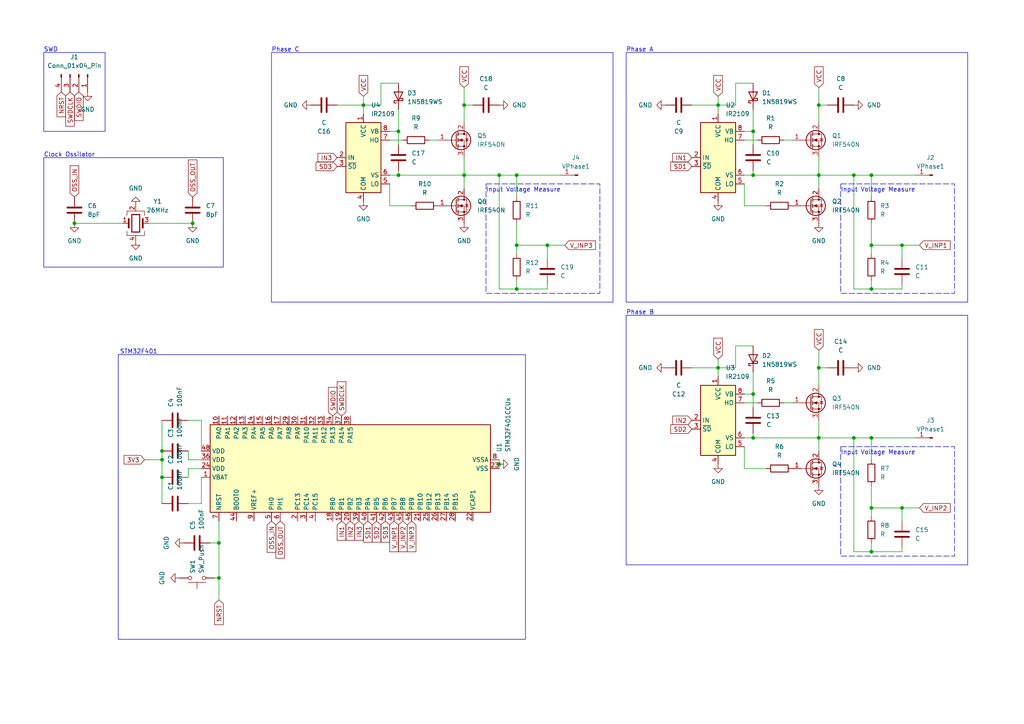
<source format=kicad_sch>
(kicad_sch (version 20230121) (generator eeschema)
  (paper "A4")
  (title_block (title "ESC") (date "2024-04-23") (rev "0.1") (company "RoverX"))
  (lib_symbols
    (symbol "Connector:Conn_01x01_Pin" (pin_names (offset 1.016) hide)
      (property "Reference" "J" (at 0 2.54 0))
      (property "Value" "Conn_01x01_Pin" (at 0 -2.54 0))
      (symbol "Conn_01x01_Pin_1_1"
        (polyline (pts (xy 1.27 0) (xy 0.8636 0)) (stroke (width 0.1524)))
        (rectangle (start 0.8636 0.127) (end 0 -0.127) (stroke (width 0.1524)) (fill (type outline)))
        (pin passive line (at 5.08 0 180) (length 3.81) (name "Pin_1") (number "1"))
      )
    )
    (symbol "Connector:Conn_01x04_Pin" (pin_names (offset 1.016) hide)
      (property "Reference" "J" (at 0 5.08 0))
      (property "Value" "Conn_01x04_Pin" (at 0 -7.62 0))
      (symbol "Conn_01x04_Pin_1_1"
        (polyline (pts (xy 1.27 -5.08) (xy 0.8636 -5.08)) (stroke (width 0.1524)))
        (polyline (pts (xy 1.27 -2.54) (xy 0.8636 -2.54)) (stroke (width 0.1524)))
        (polyline (pts (xy 1.27 0) (xy 0.8636 0)) (stroke (width 0.1524)))
        (polyline (pts (xy 1.27 2.54) (xy 0.8636 2.54)) (stroke (width 0.1524)))
        (rectangle (start 0.8636 -4.953) (end 0 -5.207) (stroke (width 0.1524)) (fill (type outline)))
        (rectangle (start 0.8636 -2.413) (end 0 -2.667) (stroke (width 0.1524)) (fill (type outline)))
        (rectangle (start 0.8636 0.127) (end 0 -0.127) (stroke (width 0.1524)) (fill (type outline)))
        (rectangle (start 0.8636 2.667) (end 0 2.413) (stroke (width 0.1524)) (fill (type outline)))
        (pin passive line (at 5.08 2.54 180) (length 3.81) (name "Pin_1") (number "1"))
        (pin passive line (at 5.08 0 180) (length 3.81) (name "Pin_2") (number "2"))
        (pin passive line (at 5.08 -2.54 180) (length 3.81) (name "Pin_3") (number "3"))
        (pin passive line (at 5.08 -5.08 180) (length 3.81) (name "Pin_4") (number "4"))
      )
    )
    (symbol "Device:C" (pin_numbers hide) (pin_names (offset 0.254))
      (property "Reference" "C" (at 0.635 2.54 0))
      (property "Value" "C" (at 0.635 -2.54 0))
      (symbol "C_0_1"
        (polyline (pts (xy -2.032 -0.762) (xy 2.032 -0.762)) (stroke (width 0.508)))
        (polyline (pts (xy -2.032 0.762) (xy 2.032 0.762)) (stroke (width 0.508)))
      )
      (symbol "C_1_1"
        (pin passive line (at 0 3.81 270) (length 2.794) (name "~") (number "1"))
        (pin passive line (at 0 -3.81 90) (length 2.794) (name "~") (number "2"))
      )
    )
    (symbol "Device:Crystal_GND24" (pin_names (offset 1.016) hide)
      (property "Reference" "Y" (at 3.175 5.08 0))
      (property "Value" "Crystal_GND24" (at 3.175 3.175 0))
      (symbol "Crystal_GND24_0_1"
        (rectangle (start -1.143 2.54) (end 1.143 -2.54) (stroke (width 0.3048)))
        (polyline (pts (xy -2.54 0) (xy -2.032 0)))
        (polyline (pts (xy -2.032 -1.27) (xy -2.032 1.27)) (stroke (width 0.508)))
        (polyline (pts (xy 0 -3.81) (xy 0 -3.556)))
        (polyline (pts (xy 0 3.556) (xy 0 3.81)))
        (polyline (pts (xy 2.032 -1.27) (xy 2.032 1.27)) (stroke (width 0.508)))
        (polyline (pts (xy 2.032 0) (xy 2.54 0)))
        (polyline (pts (xy -2.54 -2.286) (xy -2.54 -3.556) (xy 2.54 -3.556) (xy 2.54 -2.286)))
        (polyline (pts (xy -2.54 2.286) (xy -2.54 3.556) (xy 2.54 3.556) (xy 2.54 2.286)))
      )
      (symbol "Crystal_GND24_1_1"
        (pin passive line (at -3.81 0 0) (length 1.27) (name "1") (number "1"))
        (pin passive line (at 0 5.08 270) (length 1.27) (name "2") (number "2"))
        (pin passive line (at 3.81 0 180) (length 1.27) (name "3") (number "3"))
        (pin passive line (at 0 -5.08 90) (length 1.27) (name "4") (number "4"))
      )
    )
    (symbol "Device:R" (pin_numbers hide) (pin_names (offset 0))
      (property "Reference" "R" (at 2.032 0 90))
      (property "Value" "R" (at 0 0 90))
      (symbol "R_0_1"
        (rectangle (start -1.016 -2.54) (end 1.016 2.54) (stroke (width 0.254)))
      )
      (symbol "R_1_1"
        (pin passive line (at 0 3.81 270) (length 1.27) (name "~") (number "1"))
        (pin passive line (at 0 -3.81 90) (length 1.27) (name "~") (number "2"))
      )
    )
    (symbol "Diode:1N5819WS" (pin_numbers hide) (pin_names (offset 1.016) hide)
      (property "Reference" "D" (at 0 2.54 0))
      (property "Value" "1N5819WS" (at 0 -2.54 0))
      (symbol "1N5819WS_0_1"
        (polyline (pts (xy 1.27 0) (xy -1.27 0)))
        (polyline (pts (xy 1.27 1.27) (xy 1.27 -1.27) (xy -1.27 0) (xy 1.27 1.27)) (stroke (width 0.254)))
        (polyline (pts (xy -1.905 0.635) (xy -1.905 1.27) (xy -1.27 1.27) (xy -1.27 -1.27) (xy -0.635 -1.27) (xy -0.635 -0.635)) (stroke (width 0.254)))
      )
      (symbol "1N5819WS_1_1"
        (pin passive line (at -3.81 0 0) (length 2.54) (name "K") (number "1"))
        (pin passive line (at 3.81 0 180) (length 2.54) (name "A") (number "2"))
      )
    )
    (symbol "Driver_FET:IR2109"
      (property "Reference" "U" (at 1.27 13.335 0))
      (property "Value" "IR2109" (at 1.27 11.43 0))
      (symbol "IR2109_0_1"
        (rectangle (start -5.08 -10.16) (end 5.08 10.16) (stroke (width 0.254)) (fill (type background)))
      )
      (symbol "IR2109_1_1"
        (pin power_in line (at 0 12.7 270) (length 2.54) (name "VCC") (number "1"))
        (pin input line (at -7.62 0 0) (length 2.54) (name "IN") (number "2"))
        (pin input line (at -7.62 -2.54 0) (length 2.54) (name "~{SD}") (number "3"))
        (pin power_in line (at 0 -12.7 90) (length 2.54) (name "COM") (number "4"))
        (pin output line (at 7.62 -7.62 180) (length 2.54) (name "LO") (number "5"))
        (pin passive line (at 7.62 -5.08 180) (length 2.54) (name "VS") (number "6"))
        (pin output line (at 7.62 5.08 180) (length 2.54) (name "HO") (number "7"))
        (pin passive line (at 7.62 7.62 180) (length 2.54) (name "VB") (number "8"))
      )
    )
    (symbol "MCU_ST_STM32F4:STM32F401CCUx"
      (property "Reference" "U" (at -12.7 41.91 0))
      (property "Value" "STM32F401CCUx" (at 7.62 41.91 0))
      (symbol "STM32F401CCUx_0_1"
        (rectangle (start -12.7 -40.64) (end 12.7 40.64) (stroke (width 0.254)) (fill (type background)))
      )
      (symbol "STM32F401CCUx_1_1"
        (pin power_in line (at -2.54 43.18 270) (length 2.54) (name "VBAT") (number "1"))
        (pin bidirectional line (at 15.24 38.1 180) (length 2.54) (name "PA0") (number "10"))
        (pin bidirectional line (at 15.24 35.56 180) (length 2.54) (name "PA1") (number "11"))
        (pin bidirectional line (at 15.24 33.02 180) (length 2.54) (name "PA2") (number "12"))
        (pin bidirectional line (at 15.24 30.48 180) (length 2.54) (name "PA3") (number "13"))
        (pin bidirectional line (at 15.24 27.94 180) (length 2.54) (name "PA4") (number "14"))
        (pin bidirectional line (at 15.24 25.4 180) (length 2.54) (name "PA5") (number "15"))
        (pin bidirectional line (at 15.24 22.86 180) (length 2.54) (name "PA6") (number "16"))
        (pin bidirectional line (at 15.24 20.32 180) (length 2.54) (name "PA7") (number "17"))
        (pin bidirectional line (at -15.24 5.08 0) (length 2.54) (name "PB0") (number "18"))
        (pin bidirectional line (at -15.24 2.54 0) (length 2.54) (name "PB1") (number "19"))
        (pin bidirectional line (at -15.24 15.24 0) (length 2.54) (name "PC13") (number "2"))
        (pin bidirectional line (at -15.24 0 0) (length 2.54) (name "PB2") (number "20"))
        (pin bidirectional line (at -15.24 -20.32 0) (length 2.54) (name "PB10") (number "21"))
        (pin power_out line (at -15.24 -35.56 0) (length 2.54) (name "VCAP1") (number "22"))
        (pin power_in line (at 0 -43.18 90) (length 2.54) (name "VSS") (number "23"))
        (pin power_in line (at 0 43.18 270) (length 2.54) (name "VDD") (number "24"))
        (pin bidirectional line (at -15.24 -22.86 0) (length 2.54) (name "PB12") (number "25"))
        (pin bidirectional line (at -15.24 -25.4 0) (length 2.54) (name "PB13") (number "26"))
        (pin bidirectional line (at -15.24 -27.94 0) (length 2.54) (name "PB14") (number "27"))
        (pin bidirectional line (at -15.24 -30.48 0) (length 2.54) (name "PB15") (number "28"))
        (pin bidirectional line (at 15.24 17.78 180) (length 2.54) (name "PA8") (number "29"))
        (pin bidirectional line (at -15.24 12.7 0) (length 2.54) (name "PC14") (number "3"))
        (pin bidirectional line (at 15.24 15.24 180) (length 2.54) (name "PA9") (number "30"))
        (pin bidirectional line (at 15.24 12.7 180) (length 2.54) (name "PA10") (number "31"))
        (pin bidirectional line (at 15.24 10.16 180) (length 2.54) (name "PA11") (number "32"))
        (pin bidirectional line (at 15.24 7.62 180) (length 2.54) (name "PA12") (number "33"))
        (pin bidirectional line (at 15.24 5.08 180) (length 2.54) (name "PA13") (number "34"))
        (pin passive line (at 0 -43.18 90) (length 2.54) hide (name "VSS") (number "35"))
        (pin power_in line (at 2.54 43.18 270) (length 2.54) (name "VDD") (number "36"))
        (pin bidirectional line (at 15.24 2.54 180) (length 2.54) (name "PA14") (number "37"))
        (pin bidirectional line (at 15.24 0 180) (length 2.54) (name "PA15") (number "38"))
        (pin bidirectional line (at -15.24 -2.54 0) (length 2.54) (name "PB3") (number "39"))
        (pin bidirectional line (at -15.24 10.16 0) (length 2.54) (name "PC15") (number "4"))
        (pin bidirectional line (at -15.24 -5.08 0) (length 2.54) (name "PB4") (number "40"))
        (pin bidirectional line (at -15.24 -7.62 0) (length 2.54) (name "PB5") (number "41"))
        (pin bidirectional line (at -15.24 -10.16 0) (length 2.54) (name "PB6") (number "42"))
        (pin bidirectional line (at -15.24 -12.7 0) (length 2.54) (name "PB7") (number "43"))
        (pin input line (at -15.24 33.02 0) (length 2.54) (name "BOOT0") (number "44"))
        (pin bidirectional line (at -15.24 -15.24 0) (length 2.54) (name "PB8") (number "45"))
        (pin bidirectional line (at -15.24 -17.78 0) (length 2.54) (name "PB9") (number "46"))
        (pin passive line (at 0 -43.18 90) (length 2.54) hide (name "VSS") (number "47"))
        (pin power_in line (at 5.08 43.18 270) (length 2.54) (name "VDD") (number "48"))
        (pin passive line (at 0 -43.18 90) (length 2.54) hide (name "VSS") (number "49"))
        (pin bidirectional line (at -15.24 22.86 0) (length 2.54) (name "PH0") (number "5"))
        (pin bidirectional line (at -15.24 20.32 0) (length 2.54) (name "PH1") (number "6"))
        (pin input line (at -15.24 38.1 0) (length 2.54) (name "NRST") (number "7"))
        (pin power_in line (at 2.54 -43.18 90) (length 2.54) (name "VSSA") (number "8"))
        (pin input line (at -15.24 27.94 0) (length 2.54) (name "VREF+") (number "9"))
      )
    )
    (symbol "Switch:SW_Push" (pin_numbers hide) (pin_names (offset 1.016) hide)
      (property "Reference" "SW" (at 1.27 2.54 0))
      (property "Value" "SW_Push" (at 0 -1.524 0))
      (symbol "SW_Push_0_1"
        (circle (center -2.032 0) (radius 0.508))
        (polyline (pts (xy 0 1.27) (xy 0 3.048)))
        (polyline (pts (xy 2.54 1.27) (xy -2.54 1.27)))
        (circle (center 2.032 0) (radius 0.508))
        (pin passive line (at -5.08 0 0) (length 2.54) (name "1") (number "1"))
        (pin passive line (at 5.08 0 180) (length 2.54) (name "2") (number "2"))
      )
    )
    (symbol "Transistor_FET:IRF540N" (pin_names hide)
      (property "Reference" "Q" (at 5.08 1.905 0))
      (property "Value" "IRF540N" (at 5.08 0 0))
      (symbol "IRF540N_0_1"
        (polyline (pts (xy 0.254 0) (xy -2.54 0)))
        (polyline (pts (xy 0.254 1.905) (xy 0.254 -1.905)) (stroke (width 0.254)))
        (polyline (pts (xy 0.762 -1.27) (xy 0.762 -2.286)) (stroke (width 0.254)))
        (polyline (pts (xy 0.762 0.508) (xy 0.762 -0.508)) (stroke (width 0.254)))
        (polyline (pts (xy 0.762 2.286) (xy 0.762 1.27)) (stroke (width 0.254)))
        (polyline (pts (xy 2.54 2.54) (xy 2.54 1.778)))
        (polyline (pts (xy 2.54 -2.54) (xy 2.54 0) (xy 0.762 0)))
        (polyline (pts (xy 0.762 -1.778) (xy 3.302 -1.778) (xy 3.302 1.778) (xy 0.762 1.778)))
        (polyline (pts (xy 1.016 0) (xy 2.032 0.381) (xy 2.032 -0.381) (xy 1.016 0)) (fill (type outline)))
        (polyline (pts (xy 2.794 0.508) (xy 2.921 0.381) (xy 3.683 0.381) (xy 3.81 0.254)))
        (polyline (pts (xy 3.302 0.381) (xy 2.921 -0.254) (xy 3.683 -0.254) (xy 3.302 0.381)))
        (circle (center 1.651 0) (radius 2.794) (stroke (width 0.254)))
        (circle (center 2.54 -1.778) (radius 0.254) (fill (type outline)))
        (circle (center 2.54 1.778) (radius 0.254) (fill (type outline)))
      )
      (symbol "IRF540N_1_1"
        (pin input line (at -5.08 0 0) (length 2.54) (name "G") (number "1"))
        (pin passive line (at 2.54 5.08 270) (length 2.54) (name "D") (number "2"))
        (pin passive line (at 2.54 -5.08 90) (length 2.54) (name "S") (number "3"))
      )
    )
    (symbol "power:GND" (power) (pin_names (offset 0))
      (property "Value" "GND" (at 0 -3.81 0))
      (symbol "GND_0_1"
        (polyline (pts (xy 0 0) (xy 0 -1.27) (xy 1.27 -1.27) (xy 0 -2.54) (xy -1.27 -1.27) (xy 0 -1.27)))
      )
      (symbol "GND_1_1"
        (pin power_in line (at 0 0 270) (length 0) hide (name "GND") (number "1"))
      )
    )
  )
  (junction (at 63.5 157.48))
  (junction (at 21.59 64.77))
  (junction (at 237.49 106.68))
  (junction (at 237.49 50.8))
  (junction (at 134.62 30.48))
  (junction (at 237.49 127))
  (junction (at 252.73 71.12))
  (junction (at 237.49 30.48))
  (junction (at 158.75 71.12))
  (junction (at 115.57 38.1))
  (junction (at 115.57 50.8))
  (junction (at 208.28 30.48))
  (junction (at 252.73 127))
  (junction (at 252.73 83.82))
  (junction (at 218.44 114.3))
  (junction (at 144.78 134.62))
  (junction (at 55.88 64.77))
  (junction (at 134.62 50.8))
  (junction (at 208.28 106.68))
  (junction (at 105.41 30.48))
  (junction (at 63.5 167.64))
  (junction (at 218.44 38.1))
  (junction (at 252.73 160.02))
  (junction (at 247.65 50.8))
  (junction (at 261.62 147.32))
  (junction (at 252.73 50.8))
  (junction (at 46.99 138.43))
  (junction (at 218.44 50.8))
  (junction (at 149.86 83.82))
  (junction (at 252.73 147.32))
  (junction (at 46.99 130.81))
  (junction (at 149.86 50.8))
  (junction (at 218.44 127))
  (junction (at 247.65 127))
  (junction (at 144.78 50.8))
  (junction (at 261.62 71.12))
  (junction (at 149.86 71.12))
  (junction (at 46.99 133.35))
  (wire (pts (xy 144.78 135.89) (xy 144.78 134.62)))
  (wire (pts (xy 252.73 81.28) (xy 252.73 83.82)))
  (wire (pts (xy 252.73 157.48) (xy 252.73 160.02)))
  (wire (pts (xy 237.49 121.92) (xy 237.49 127)))
  (wire (pts (xy 54.61 130.81) (xy 54.61 133.35)))
  (wire (pts (xy 237.49 50.8) (xy 218.44 50.8)))
  (wire (pts (xy 46.99 130.81) (xy 46.99 121.92)))
  (wire (pts (xy 46.99 138.43) (xy 46.99 133.35)))
  (wire (pts (xy 134.62 25.4) (xy 134.62 30.48)))
  (wire (pts (xy 134.62 30.48) (xy 137.16 30.48)))
  (wire (pts (xy 213.36 100.33) (xy 213.36 106.68)))
  (wire (pts (xy 134.62 50.8) (xy 115.57 50.8)))
  (wire (pts (xy 247.65 160.02) (xy 247.65 127)))
  (wire (pts (xy 237.49 30.48) (xy 240.03 30.48)))
  (wire (pts (xy 63.5 173.99) (xy 63.5 167.64)))
  (wire (pts (xy 60.96 157.48) (xy 63.5 157.48)))
  (wire (pts (xy 261.62 71.12) (xy 266.7 71.12)))
  (wire (pts (xy 110.49 30.48) (xy 105.41 30.48)))
  (wire (pts (xy 58.42 146.05) (xy 58.42 138.43)))
  (wire (pts (xy 215.9 40.64) (xy 219.71 40.64)))
  (wire (pts (xy 54.61 121.92) (xy 58.42 121.92)))
  (wire (pts (xy 252.73 71.12) (xy 252.73 73.66)))
  (wire (pts (xy 261.62 147.32) (xy 252.73 147.32)))
  (wire (pts (xy 54.61 138.43) (xy 54.61 135.89)))
  (wire (pts (xy 237.49 25.4) (xy 237.49 30.48)))
  (wire (pts (xy 215.9 129.54) (xy 215.9 135.89)))
  (wire (pts (xy 237.49 50.8) (xy 247.65 50.8)))
  (wire (pts (xy 218.44 107.95) (xy 218.44 114.3)))
  (wire (pts (xy 149.86 81.28) (xy 149.86 83.82)))
  (wire (pts (xy 237.49 127) (xy 218.44 127)))
  (wire (pts (xy 237.49 106.68) (xy 237.49 111.76)))
  (wire (pts (xy 144.78 50.8) (xy 149.86 50.8)))
  (wire (pts (xy 149.86 83.82) (xy 158.75 83.82)))
  (wire (pts (xy 215.9 135.89) (xy 222.25 135.89)))
  (wire (pts (xy 252.73 83.82) (xy 247.65 83.82)))
  (wire (pts (xy 252.73 64.77) (xy 252.73 71.12)))
  (wire (pts (xy 218.44 127) (xy 218.44 125.73)))
  (wire (pts (xy 208.28 30.48) (xy 208.28 33.02)))
  (wire (pts (xy 218.44 38.1) (xy 215.9 38.1)))
  (wire (pts (xy 237.49 45.72) (xy 237.49 50.8)))
  (wire (pts (xy 215.9 116.84) (xy 219.71 116.84)))
  (wire (pts (xy 215.9 50.8) (xy 218.44 50.8)))
  (wire (pts (xy 237.49 30.48) (xy 237.49 35.56)))
  (wire (pts (xy 213.36 24.13) (xy 218.44 24.13)))
  (wire (pts (xy 252.73 50.8) (xy 252.73 57.15)))
  (wire (pts (xy 134.62 50.8) (xy 144.78 50.8)))
  (wire (pts (xy 261.62 74.93) (xy 261.62 71.12)))
  (wire (pts (xy 213.36 100.33) (xy 218.44 100.33)))
  (wire (pts (xy 252.73 50.8) (xy 265.43 50.8)))
  (wire (pts (xy 200.66 106.68) (xy 208.28 106.68)))
  (wire (pts (xy 54.61 146.05) (xy 58.42 146.05)))
  (wire (pts (xy 113.03 59.69) (xy 119.38 59.69)))
  (wire (pts (xy 218.44 50.8) (xy 218.44 49.53)))
  (wire (pts (xy 252.73 127) (xy 252.73 133.35)))
  (wire (pts (xy 213.36 24.13) (xy 213.36 30.48)))
  (wire (pts (xy 113.03 40.64) (xy 116.84 40.64)))
  (wire (pts (xy 134.62 50.8) (xy 134.62 54.61)))
  (wire (pts (xy 158.75 71.12) (xy 149.86 71.12)))
  (wire (pts (xy 144.78 83.82) (xy 144.78 50.8)))
  (wire (pts (xy 134.62 45.72) (xy 134.62 50.8)))
  (wire (pts (xy 200.66 30.48) (xy 208.28 30.48)))
  (wire (pts (xy 105.41 30.48) (xy 105.41 33.02)))
  (wire (pts (xy 158.75 71.12) (xy 163.83 71.12)))
  (wire (pts (xy 97.79 30.48) (xy 105.41 30.48)))
  (wire (pts (xy 237.49 106.68) (xy 240.03 106.68)))
  (wire (pts (xy 46.99 133.35) (xy 46.99 130.81)))
  (wire (pts (xy 237.49 50.8) (xy 237.49 54.61)))
  (wire (pts (xy 62.23 167.64) (xy 63.5 167.64)))
  (wire (pts (xy 149.86 64.77) (xy 149.86 71.12)))
  (wire (pts (xy 252.73 160.02) (xy 247.65 160.02)))
  (wire (pts (xy 63.5 157.48) (xy 63.5 151.13)))
  (wire (pts (xy 261.62 151.13) (xy 261.62 147.32)))
  (wire (pts (xy 215.9 59.69) (xy 222.25 59.69)))
  (wire (pts (xy 144.78 134.62) (xy 144.78 133.35)))
  (wire (pts (xy 208.28 106.68) (xy 208.28 109.22)))
  (wire (pts (xy 54.61 133.35) (xy 58.42 133.35)))
  (wire (pts (xy 110.49 24.13) (xy 110.49 30.48)))
  (wire (pts (xy 105.41 27.94) (xy 105.41 30.48)))
  (wire (pts (xy 261.62 158.75) (xy 261.62 160.02)))
  (wire (pts (xy 41.91 133.35) (xy 46.99 133.35)))
  (wire (pts (xy 252.73 160.02) (xy 261.62 160.02)))
  (wire (pts (xy 247.65 50.8) (xy 252.73 50.8)))
  (wire (pts (xy 113.03 50.8) (xy 115.57 50.8)))
  (wire (pts (xy 149.86 50.8) (xy 162.56 50.8)))
  (wire (pts (xy 115.57 38.1) (xy 113.03 38.1)))
  (wire (pts (xy 252.73 83.82) (xy 261.62 83.82)))
  (wire (pts (xy 54.61 135.89) (xy 58.42 135.89)))
  (wire (pts (xy 261.62 147.32) (xy 266.7 147.32)))
  (wire (pts (xy 247.65 83.82) (xy 247.65 50.8)))
  (wire (pts (xy 110.49 24.13) (xy 115.57 24.13)))
  (wire (pts (xy 63.5 167.64) (xy 63.5 157.48)))
  (wire (pts (xy 213.36 106.68) (xy 208.28 106.68)))
  (wire (pts (xy 149.86 83.82) (xy 144.78 83.82)))
  (wire (pts (xy 115.57 50.8) (xy 115.57 49.53)))
  (wire (pts (xy 215.9 127) (xy 218.44 127)))
  (wire (pts (xy 237.49 127) (xy 247.65 127)))
  (wire (pts (xy 115.57 31.75) (xy 115.57 38.1)))
  (wire (pts (xy 218.44 114.3) (xy 215.9 114.3)))
  (wire (pts (xy 252.73 127) (xy 265.43 127)))
  (wire (pts (xy 158.75 74.93) (xy 158.75 71.12)))
  (wire (pts (xy 21.59 64.77) (xy 35.56 64.77)))
  (wire (pts (xy 247.65 127) (xy 252.73 127)))
  (wire (pts (xy 46.99 146.05) (xy 46.99 138.43)))
  (wire (pts (xy 237.49 101.6) (xy 237.49 106.68)))
  (wire (pts (xy 124.46 40.64) (xy 127 40.64)))
  (wire (pts (xy 261.62 82.55) (xy 261.62 83.82)))
  (wire (pts (xy 115.57 38.1) (xy 115.57 41.91)))
  (wire (pts (xy 218.44 38.1) (xy 218.44 41.91)))
  (wire (pts (xy 252.73 147.32) (xy 252.73 149.86)))
  (wire (pts (xy 208.28 27.94) (xy 208.28 30.48)))
  (wire (pts (xy 237.49 127) (xy 237.49 130.81)))
  (wire (pts (xy 149.86 50.8) (xy 149.86 57.15)))
  (wire (pts (xy 134.62 30.48) (xy 134.62 35.56)))
  (wire (pts (xy 113.03 53.34) (xy 113.03 59.69)))
  (wire (pts (xy 149.86 71.12) (xy 149.86 73.66)))
  (wire (pts (xy 252.73 140.97) (xy 252.73 147.32)))
  (wire (pts (xy 227.33 116.84) (xy 229.87 116.84)))
  (wire (pts (xy 261.62 71.12) (xy 252.73 71.12)))
  (wire (pts (xy 227.33 40.64) (xy 229.87 40.64)))
  (wire (pts (xy 58.42 130.81) (xy 58.42 121.92)))
  (wire (pts (xy 208.28 104.14) (xy 208.28 106.68)))
  (wire (pts (xy 43.18 64.77) (xy 55.88 64.77)))
  (wire (pts (xy 213.36 30.48) (xy 208.28 30.48)))
  (wire (pts (xy 215.9 53.34) (xy 215.9 59.69)))
  (wire (pts (xy 218.44 31.75) (xy 218.44 38.1)))
  (wire (pts (xy 218.44 114.3) (xy 218.44 118.11)))
  (wire (pts (xy 158.75 82.55) (xy 158.75 83.82)))
  (rectangle (start 12.7 45.72) (end 64.77 77.47))
  (rectangle (start 140.97 53.34) (end 173.99 85.09) (stroke (width 0) (type dash)))
  (rectangle (start 34.29 102.87) (end 152.4 185.42))
  (rectangle (start 243.84 53.34) (end 276.86 85.09) (stroke (width 0) (type dash)))
  (rectangle (start 12.7 15.24) (end 30.48 38.1))
  (rectangle (start 181.61 15.24) (end 280.67 87.63))
  (rectangle (start 181.61 91.44) (end 280.67 163.83))
  (rectangle (start 243.84 129.54) (end 276.86 161.29) (stroke (width 0) (type dash)))
  (rectangle (start 78.74 15.24) (end 177.8 87.63))
  (text "SWD" (at 12.7 15.24 0) (effects (font (size 1.27 1.27)) (justify left bottom)))
  (text "Phase C" (at 78.74 15.24 0) (effects (font (size 1.27 1.27)) (justify left bottom)))
  (text "Clock Ossilator" (at 12.7 45.72 0) (effects (font (size 1.27 1.27)) (justify left bottom)))
  (text "Input Voltage Measure" (at 243.84 132.08 0) (effects (font (size 1.27 1.27)) (justify left bottom)))
  (text "Phase B" (at 181.61 91.44 0) (effects (font (size 1.27 1.27)) (justify left bottom)))
  (text "Input Voltage Measure" (at 140.97 55.88 0) (effects (font (size 1.27 1.27)) (justify left bottom)))
  (text "STM32F401" (at 45.72 102.87 0) (effects (font (size 1.27 1.27)) (justify right bottom)))
  (text "Phase A" (at 181.61 15.24 0) (effects (font (size 1.27 1.27)) (justify left bottom)))
  (text "Input Voltage Measure" (at 243.84 55.88 0) (effects (font (size 1.27 1.27)) (justify left bottom)))
  (global_label "V_INP3" (shape input) (at 163.83 71.12 0) (property "Intersheetrefs" "${INTERSHEET_REFS}" (effects hide)))
  (global_label "3V3" (shape input) (at 41.91 133.35 180) (property "Intersheetrefs" "${INTERSHEET_REFS}" (effects hide)))
  (global_label "V_INP1" (shape input) (at 266.7 71.12 0) (property "Intersheetrefs" "${INTERSHEET_REFS}" (effects hide)))
  (global_label "NRST" (shape input) (at 17.78 26.67 270) (property "Intersheetrefs" "${INTERSHEET_REFS}" (effects hide)))
  (global_label "VCC" (shape input) (at 237.49 101.6 90) (property "Intersheetrefs" "${INTERSHEET_REFS}" (effects hide)))
  (global_label "OSS_OUT" (shape input) (at 81.28 151.13 270) (property "Intersheetrefs" "${INTERSHEET_REFS}" (effects hide)))
  (global_label "V_INP1" (shape input) (at 114.3 151.13 270) (property "Intersheetrefs" "${INTERSHEET_REFS}" (effects hide)))
  (global_label "IN3" (shape input) (at 104.14 151.13 270) (property "Intersheetrefs" "${INTERSHEET_REFS}" (effects hide)))
  (global_label "OSS_IN" (shape input) (at 78.74 151.13 270) (property "Intersheetrefs" "${INTERSHEET_REFS}" (effects hide)))
  (global_label "IN2" (shape input) (at 200.66 121.92 180) (property "Intersheetrefs" "${INTERSHEET_REFS}" (effects hide)))
  (global_label "IN3" (shape input) (at 97.79 45.72 180) (property "Intersheetrefs" "${INTERSHEET_REFS}" (effects hide)))
  (global_label "VCC" (shape input) (at 208.28 27.94 90) (property "Intersheetrefs" "${INTERSHEET_REFS}" (effects hide)))
  (global_label "V_INP2" (shape input) (at 266.7 147.32 0) (property "Intersheetrefs" "${INTERSHEET_REFS}" (effects hide)))
  (global_label "SD1" (shape input) (at 106.68 151.13 270) (property "Intersheetrefs" "${INTERSHEET_REFS}" (effects hide)))
  (global_label "SWDIO" (shape input) (at 22.86 26.67 270) (property "Intersheetrefs" "${INTERSHEET_REFS}" (effects hide)))
  (global_label "NRST" (shape input) (at 63.5 173.99 270) (property "Intersheetrefs" "${INTERSHEET_REFS}" (effects hide)))
  (global_label "V_INP2" (shape input) (at 116.84 151.13 270) (property "Intersheetrefs" "${INTERSHEET_REFS}" (effects hide)))
  (global_label "IN2" (shape input) (at 101.6 151.13 270) (property "Intersheetrefs" "${INTERSHEET_REFS}" (effects hide)))
  (global_label "SD3" (shape input) (at 97.79 48.26 180) (property "Intersheetrefs" "${INTERSHEET_REFS}" (effects hide)))
  (global_label "OSS_OUT" (shape input) (at 55.88 57.15 90) (property "Intersheetrefs" "${INTERSHEET_REFS}" (effects hide)))
  (global_label "VCC" (shape input) (at 208.28 104.14 90) (property "Intersheetrefs" "${INTERSHEET_REFS}" (effects hide)))
  (global_label "SD2" (shape input) (at 109.22 151.13 270) (property "Intersheetrefs" "${INTERSHEET_REFS}" (effects hide)))
  (global_label "VCC" (shape input) (at 134.62 25.4 90) (property "Intersheetrefs" "${INTERSHEET_REFS}" (effects hide)))
  (global_label "SWDCLK" (shape input) (at 20.32 26.67 270) (property "Intersheetrefs" "${INTERSHEET_REFS}" (effects hide)))
  (global_label "SWDIO" (shape input) (at 96.52 120.65 90) (property "Intersheetrefs" "${INTERSHEET_REFS}" (effects hide)))
  (global_label "IN1" (shape input) (at 99.06 151.13 270) (property "Intersheetrefs" "${INTERSHEET_REFS}" (effects hide)))
  (global_label "SWDCLK" (shape input) (at 99.06 120.65 90) (property "Intersheetrefs" "${INTERSHEET_REFS}" (effects hide)))
  (global_label "SD2" (shape input) (at 200.66 124.46 180) (property "Intersheetrefs" "${INTERSHEET_REFS}" (effects hide)))
  (global_label "SD3" (shape input) (at 111.76 151.13 270) (property "Intersheetrefs" "${INTERSHEET_REFS}" (effects hide)))
  (global_label "OSS_IN" (shape input) (at 21.59 57.15 90) (property "Intersheetrefs" "${INTERSHEET_REFS}" (effects hide)))
  (global_label "IN1" (shape input) (at 200.66 45.72 180) (property "Intersheetrefs" "${INTERSHEET_REFS}" (effects hide)))
  (global_label "VCC" (shape input) (at 237.49 25.4 90) (property "Intersheetrefs" "${INTERSHEET_REFS}" (effects hide)))
  (global_label "VCC" (shape input) (at 105.41 27.94 90) (property "Intersheetrefs" "${INTERSHEET_REFS}" (effects hide)))
  (global_label "V_INP3" (shape input) (at 119.38 151.13 270) (property "Intersheetrefs" "${INTERSHEET_REFS}" (effects hide)))
  (global_label "SD1" (shape input) (at 200.66 48.26 180) (property "Intersheetrefs" "${INTERSHEET_REFS}" (effects hide)))
  (symbol (lib_id "Device:C") (at 55.88 60.96 0) (unit 1)
    (property "Reference" "C7" (at 59.69 59.69 0) (effects (justify left)))
    (property "Value" "8pF" (at 59.69 62.23 0) (effects (justify left)))
  )
  (symbol (lib_id "Device:R") (at 223.52 40.64 90) (unit 1)
    (property "Reference" "R1" (at 223.52 34.29 90))
    (property "Value" "R" (at 223.52 36.83 90))
  )
  (symbol (lib_id "Transistor_FET:IRF540N") (at 234.95 116.84 0) (unit 1)
    (property "Reference" "Q3" (at 241.3 115.57 0) (effects (justify left)))
    (property "Value" "IRF540N" (at 241.3 118.11 0) (effects (justify left)))
    (property "Footprint" "Package_TO_SOT_THT:TO-220-3_Vertical" (effects hide))
    (property "Datasheet" "http://www.irf.com/product-info/datasheets/data/irf540n.pdf" (effects hide))
  )
  (symbol (lib_id "power:GND") (at 21.59 64.77 0) (unit 1)
    (property "Reference" "#PWR05" (effects hide))
    (property "Value" "GND" (at 21.59 69.85 0))
  )
  (symbol (lib_id "Transistor_FET:IRF540N") (at 234.95 59.69 0) (unit 1)
    (property "Reference" "Q2" (at 241.3 58.42 0) (effects (justify left)))
    (property "Value" "IRF540N" (at 241.3 60.96 0) (effects (justify left)))
    (property "Footprint" "Package_TO_SOT_THT:TO-220-3_Vertical" (effects hide))
    (property "Datasheet" "http://www.irf.com/product-info/datasheets/data/irf540n.pdf" (effects hide))
  )
  (symbol (lib_id "power:GND") (at 134.62 64.77 0) (unit 1)
    (property "Reference" "#PWR019" (effects hide))
    (property "Value" "GND" (at 134.62 69.85 0))
  )
  (symbol (lib_id "Device:C") (at 218.44 45.72 180) (unit 1)
    (property "Reference" "C10" (at 222.25 44.45 0) (effects (justify right)))
    (property "Value" "C" (at 222.25 46.99 0) (effects (justify right)))
  )
  (symbol (lib_id "Switch:SW_Push") (at 57.15 167.64 180) (unit 1)
    (property "Reference" "SW1" (at 55.88 166.37 90) (effects (justify right)))
    (property "Value" "SW_Push" (at 58.42 166.37 90) (effects (justify right)))
  )
  (symbol (lib_id "MCU_ST_STM32F4:STM32F401CCUx") (at 101.6 135.89 90) (unit 1)
    (property "Reference" "U1" (at 144.78 131.1559 0) (effects (justify left)))
    (property "Value" "STM32F401CCUx" (at 147.32 131.1559 0) (effects (justify left)))
    (property "Footprint" "Package_DFN_QFN:QFN-48-1EP_7x7mm_P0.5mm_EP5.6x5.6mm" (effects hide))
    (property "Datasheet" "https://www.st.com/resource/en/datasheet/stm32f401cc.pdf" (effects hide))
  )
  (symbol (lib_id "Device:C") (at 50.8 121.92 90) (unit 1)
    (property "Reference" "C4" (at 49.53 118.11 0) (effects (justify left)))
    (property "Value" "100nF" (at 52.07 118.11 0) (effects (justify left)))
  )
  (symbol (lib_id "Transistor_FET:IRF540N") (at 132.08 59.69 0) (unit 1)
    (property "Reference" "Q6" (at 138.43 58.42 0) (effects (justify left)))
    (property "Value" "IRF540N" (at 138.43 60.96 0) (effects (justify left)))
    (property "Footprint" "Package_TO_SOT_THT:TO-220-3_Vertical" (effects hide))
    (property "Datasheet" "http://www.irf.com/product-info/datasheets/data/irf540n.pdf" (effects hide))
  )
  (symbol (lib_id "Connector:Conn_01x01_Pin") (at 270.51 50.8 180) (unit 1)
    (property "Reference" "J2" (at 269.875 45.72 0))
    (property "Value" "VPhase1" (at 269.875 48.26 0))
  )
  (symbol (lib_id "Device:C") (at 140.97 30.48 90) (unit 1)
    (property "Reference" "C18" (at 140.97 22.86 90))
    (property "Value" "C" (at 140.97 25.4 90))
  )
  (symbol (lib_id "Device:R") (at 252.73 153.67 0) (unit 1)
    (property "Reference" "R8" (at 255.27 152.4 0) (effects (justify left)))
    (property "Value" "R" (at 255.27 154.94 0) (effects (justify left)))
  )
  (symbol (lib_id "power:GND") (at 237.49 64.77 0) (unit 1)
    (property "Reference" "#PWR011" (effects hide))
    (property "Value" "GND" (at 237.49 69.85 0))
  )
  (symbol (lib_id "Diode:1N5819WS") (at 218.44 27.94 90) (unit 1)
    (property "Reference" "D1" (at 220.98 26.9875 90) (effects (justify right)))
    (property "Value" "1N5819WS" (at 220.98 29.5275 90) (effects (justify right)))
    (property "Footprint" "Diode_SMD:D_SOD-323" (effects hide))
    (property "Datasheet" "https://datasheet.lcsc.com/lcsc/2204281430_Guangdong-Hottech-1N5819WS_C191023.pdf" (effects hide))
  )
  (symbol (lib_id "Driver_FET:IR2109") (at 105.41 45.72 0) (unit 1)
    (property "Reference" "U4" (at 107.6041 30.48 0) (effects (justify left)))
    (property "Value" "IR2109" (at 107.6041 33.02 0) (effects (justify left)))
    (property "Datasheet" "https://www.infineon.com/dgdl/ir2109.pdf?fileId=5546d462533600a4015355c7e85b1679" (effects hide))
  )
  (symbol (lib_id "power:GND") (at 208.28 58.42 0) (unit 1)
    (property "Reference" "#PWR012" (effects hide))
    (property "Value" "GND" (at 208.28 63.5 0))
  )
  (symbol (lib_id "Device:C") (at 50.8 146.05 90) (unit 1)
    (property "Reference" "C1" (at 49.53 142.24 0) (effects (justify left)))
    (property "Value" "100nF" (at 52.07 142.24 0) (effects (justify left)))
  )
  (symbol (lib_id "power:GND") (at 53.34 157.48 270) (unit 1)
    (property "Reference" "#PWR03" (effects hide))
    (property "Value" "GND" (at 48.26 157.48 0))
  )
  (symbol (lib_id "Device:R") (at 226.06 59.69 90) (unit 1)
    (property "Reference" "R2" (at 226.06 53.34 90))
    (property "Value" "R" (at 226.06 55.88 90))
  )
  (symbol (lib_id "Device:Crystal_GND24") (at 39.37 64.77 0) (unit 1)
    (property "Reference" "Y1" (at 45.72 58.42 0))
    (property "Value" "26MHz" (at 45.72 60.96 0))
  )
  (symbol (lib_id "Device:R") (at 252.73 77.47 0) (unit 1)
    (property "Reference" "R4" (at 255.27 76.2 0) (effects (justify left)))
    (property "Value" "R" (at 255.27 78.74 0) (effects (justify left)))
  )
  (symbol (lib_id "Transistor_FET:IRF540N") (at 132.08 40.64 0) (unit 1)
    (property "Reference" "Q5" (at 138.43 39.37 0) (effects (justify left)))
    (property "Value" "IRF540N" (at 138.43 41.91 0) (effects (justify left)))
    (property "Footprint" "Package_TO_SOT_THT:TO-220-3_Vertical" (effects hide))
    (property "Datasheet" "http://www.irf.com/product-info/datasheets/data/irf540n.pdf" (effects hide))
  )
  (symbol (lib_id "power:GND") (at 52.07 167.64 270) (unit 1)
    (property "Reference" "#PWR02" (effects hide))
    (property "Value" "GND" (at 46.99 167.64 0))
  )
  (symbol (lib_id "power:GND") (at 144.78 134.62 90) (unit 1)
    (property "Reference" "#PWR01" (effects hide))
    (property "Value" "GND" (at 149.86 134.62 0))
  )
  (symbol (lib_id "power:GND") (at 144.78 30.48 90) (unit 1)
    (property "Reference" "#PWR020" (effects hide))
    (property "Value" "GND" (at 148.59 30.48 90) (effects (justify right)))
  )
  (symbol (lib_id "Device:R") (at 252.73 60.96 180) (unit 1)
    (property "Reference" "R3" (at 255.27 59.69 0) (effects (justify right)))
    (property "Value" "R" (at 255.27 62.23 0) (effects (justify right)))
  )
  (symbol (lib_id "Diode:1N5819WS") (at 218.44 104.14 90) (unit 1)
    (property "Reference" "D2" (at 220.98 103.1875 90) (effects (justify right)))
    (property "Value" "1N5819WS" (at 220.98 105.7275 90) (effects (justify right)))
    (property "Footprint" "Diode_SMD:D_SOD-323" (effects hide))
    (property "Datasheet" "https://datasheet.lcsc.com/lcsc/2204281430_Guangdong-Hottech-1N5819WS_C191023.pdf" (effects hide))
  )
  (symbol (lib_id "power:GND") (at 39.37 69.85 0) (unit 1)
    (property "Reference" "#PWR07" (effects hide))
    (property "Value" "GND" (at 39.37 74.93 0))
  )
  (symbol (lib_id "Device:C") (at 158.75 78.74 180) (unit 1)
    (property "Reference" "C19" (at 162.56 77.47 0) (effects (justify right)))
    (property "Value" "C" (at 162.56 80.01 0) (effects (justify right)))
  )
  (symbol (lib_id "Diode:1N5819WS") (at 115.57 27.94 90) (unit 1)
    (property "Reference" "D3" (at 118.11 26.9875 90) (effects (justify right)))
    (property "Value" "1N5819WS" (at 118.11 29.5275 90) (effects (justify right)))
    (property "Footprint" "Diode_SMD:D_SOD-323" (effects hide))
    (property "Datasheet" "https://datasheet.lcsc.com/lcsc/2204281430_Guangdong-Hottech-1N5819WS_C191023.pdf" (effects hide))
  )
  (symbol (lib_id "power:GND") (at 247.65 106.68 90) (unit 1)
    (property "Reference" "#PWR016" (effects hide))
    (property "Value" "GND" (at 251.46 106.68 90) (effects (justify right)))
  )
  (symbol (lib_id "Driver_FET:IR2109") (at 208.28 121.92 0) (unit 1)
    (property "Reference" "U3" (at 210.4741 106.68 0) (effects (justify left)))
    (property "Value" "IR2109" (at 210.4741 109.22 0) (effects (justify left)))
    (property "Datasheet" "https://www.infineon.com/dgdl/ir2109.pdf?fileId=5546d462533600a4015355c7e85b1679" (effects hide))
  )
  (symbol (lib_id "Device:C") (at 50.8 130.81 90) (unit 1)
    (property "Reference" "C3" (at 49.53 127 0) (effects (justify left)))
    (property "Value" "100nF" (at 52.07 127 0) (effects (justify left)))
  )
  (symbol (lib_id "Device:C") (at 261.62 154.94 180) (unit 1)
    (property "Reference" "C15" (at 265.43 153.67 0) (effects (justify right)))
    (property "Value" "C" (at 265.43 156.21 0) (effects (justify right)))
  )
  (symbol (lib_id "Device:R") (at 226.06 135.89 90) (unit 1)
    (property "Reference" "R6" (at 226.06 129.54 90))
    (property "Value" "R" (at 226.06 132.08 90))
  )
  (symbol (lib_id "Device:C") (at 196.85 30.48 270) (unit 1)
    (property "Reference" "C9" (at 196.85 38.1 90))
    (property "Value" "C" (at 196.85 35.56 90))
  )
  (symbol (lib_id "Transistor_FET:IRF540N") (at 234.95 40.64 0) (unit 1)
    (property "Reference" "Q1" (at 241.3 39.37 0) (effects (justify left)))
    (property "Value" "IRF540N" (at 241.3 41.91 0) (effects (justify left)))
    (property "Footprint" "Package_TO_SOT_THT:TO-220-3_Vertical" (effects hide))
    (property "Datasheet" "http://www.irf.com/product-info/datasheets/data/irf540n.pdf" (effects hide))
  )
  (symbol (lib_id "Device:C") (at 196.85 106.68 270) (unit 1)
    (property "Reference" "C12" (at 196.85 114.3 90))
    (property "Value" "C" (at 196.85 111.76 90))
  )
  (symbol (lib_id "Device:R") (at 223.52 116.84 90) (unit 1)
    (property "Reference" "R5" (at 223.52 110.49 90))
    (property "Value" "R" (at 223.52 113.03 90))
  )
  (symbol (lib_id "power:GND") (at 237.49 140.97 0) (unit 1)
    (property "Reference" "#PWR015" (effects hide))
    (property "Value" "GND" (at 237.49 146.05 0))
  )
  (symbol (lib_id "Device:C") (at 243.84 106.68 90) (unit 1)
    (property "Reference" "C14" (at 243.84 99.06 90))
    (property "Value" "C" (at 243.84 101.6 90))
  )
  (symbol (lib_id "Device:R") (at 123.19 59.69 90) (unit 1)
    (property "Reference" "R10" (at 123.19 53.34 90))
    (property "Value" "R" (at 123.19 55.88 90))
  )
  (symbol (lib_id "Device:C") (at 243.84 30.48 90) (unit 1)
    (property "Reference" "C8" (at 243.84 22.86 90))
    (property "Value" "C" (at 243.84 25.4 90))
  )
  (symbol (lib_id "Device:C") (at 50.8 138.43 90) (unit 1)
    (property "Reference" "C2" (at 49.53 134.62 0) (effects (justify left)))
    (property "Value" "100nF" (at 52.07 134.62 0) (effects (justify left)))
  )
  (symbol (lib_id "Transistor_FET:IRF540N") (at 234.95 135.89 0) (unit 1)
    (property "Reference" "Q4" (at 241.3 134.62 0) (effects (justify left)))
    (property "Value" "IRF540N" (at 241.3 137.16 0) (effects (justify left)))
    (property "Footprint" "Package_TO_SOT_THT:TO-220-3_Vertical" (effects hide))
    (property "Datasheet" "http://www.irf.com/product-info/datasheets/data/irf540n.pdf" (effects hide))
  )
  (symbol (lib_id "Device:C") (at 115.57 45.72 180) (unit 1)
    (property "Reference" "C17" (at 119.38 44.45 0) (effects (justify right)))
    (property "Value" "C" (at 119.38 46.99 0) (effects (justify right)))
  )
  (symbol (lib_id "power:GND") (at 90.17 30.48 270) (unit 1)
    (property "Reference" "#PWR017" (effects hide))
    (property "Value" "GND" (at 86.36 30.48 90) (effects (justify right)))
  )
  (symbol (lib_id "Connector:Conn_01x01_Pin") (at 270.51 127 180) (unit 1)
    (property "Reference" "J3" (at 269.875 121.92 0))
    (property "Value" "VPhase1" (at 269.875 124.46 0))
  )
  (symbol (lib_id "power:GND") (at 39.37 59.69 180) (unit 1)
    (property "Reference" "#PWR08" (effects hide))
    (property "Value" "GND" (at 39.37 54.61 0))
  )
  (symbol (lib_id "Device:R") (at 149.86 77.47 0) (unit 1)
    (property "Reference" "R12" (at 152.4 76.2 0) (effects (justify left)))
    (property "Value" "R" (at 152.4 78.74 0) (effects (justify left)))
  )
  (symbol (lib_id "Device:C") (at 57.15 157.48 90) (unit 1)
    (property "Reference" "C5" (at 55.88 153.67 0) (effects (justify left)))
    (property "Value" "100nF" (at 58.42 153.67 0) (effects (justify left)))
  )
  (symbol (lib_id "power:GND") (at 193.04 106.68 270) (unit 1)
    (property "Reference" "#PWR013" (effects hide))
    (property "Value" "GND" (at 189.23 106.68 90) (effects (justify right)))
  )
  (symbol (lib_id "Device:R") (at 149.86 60.96 180) (unit 1)
    (property "Reference" "R11" (at 152.4 59.69 0) (effects (justify right)))
    (property "Value" "R" (at 152.4 62.23 0) (effects (justify right)))
  )
  (symbol (lib_id "Device:C") (at 93.98 30.48 270) (unit 1)
    (property "Reference" "C16" (at 93.98 38.1 90))
    (property "Value" "C" (at 93.98 35.56 90))
  )
  (symbol (lib_id "power:GND") (at 247.65 30.48 90) (unit 1)
    (property "Reference" "#PWR09" (effects hide))
    (property "Value" "GND" (at 251.46 30.48 90) (effects (justify right)))
  )
  (symbol (lib_id "power:GND") (at 105.41 58.42 0) (unit 1)
    (property "Reference" "#PWR018" (effects hide))
    (property "Value" "GND" (at 105.41 63.5 0))
  )
  (symbol (lib_id "Device:C") (at 218.44 121.92 180) (unit 1)
    (property "Reference" "C13" (at 222.25 120.65 0) (effects (justify right)))
    (property "Value" "C" (at 222.25 123.19 0) (effects (justify right)))
  )
  (symbol (lib_id "Connector:Conn_01x01_Pin") (at 167.64 50.8 180) (unit 1)
    (property "Reference" "J4" (at 167.005 45.72 0))
    (property "Value" "VPhase1" (at 167.005 48.26 0))
  )
  (symbol (lib_id "Device:R") (at 252.73 137.16 180) (unit 1)
    (property "Reference" "R7" (at 255.27 135.89 0) (effects (justify right)))
    (property "Value" "R" (at 255.27 138.43 0) (effects (justify right)))
  )
  (symbol (lib_id "Connector:Conn_01x04_Pin") (at 22.86 21.59 270) (unit 1)
    (property "Reference" "J1" (at 21.59 16.51 90))
    (property "Value" "Conn_01x04_Pin" (at 21.59 19.05 90))
    (property "Footprint" "Connector_JST:JST_PH_B4B-PH-K_1x04_P2.00mm_Vertical" (effects hide))
  )
  (symbol (lib_id "power:GND") (at 208.28 134.62 0) (unit 1)
    (property "Reference" "#PWR014" (effects hide))
    (property "Value" "GND" (at 208.28 139.7 0))
  )
  (symbol (lib_id "power:GND") (at 25.4 26.67 0) (unit 1)
    (property "Reference" "#PWR04" (effects hide))
    (property "Value" "GND" (at 25.4 31.75 0))
  )
  (symbol (lib_id "Device:R") (at 120.65 40.64 90) (unit 1)
    (property "Reference" "R9" (at 120.65 34.29 90))
    (property "Value" "R" (at 120.65 36.83 90))
  )
  (symbol (lib_id "power:GND") (at 193.04 30.48 270) (unit 1)
    (property "Reference" "#PWR010" (effects hide))
    (property "Value" "GND" (at 189.23 30.48 90) (effects (justify right)))
  )
  (symbol (lib_id "Device:C") (at 21.59 60.96 0) (unit 1)
    (property "Reference" "C6" (at 25.4 59.69 0) (effects (justify left)))
    (property "Value" "8pF" (at 25.4 62.23 0) (effects (justify left)))
  )
  (symbol (lib_id "Driver_FET:IR2109") (at 208.28 45.72 0) (unit 1)
    (property "Reference" "U2" (at 210.4741 30.48 0) (effects (justify left)))
    (property "Value" "IR2109" (at 210.4741 33.02 0) (effects (justify left)))
    (property "Datasheet" "https://www.infineon.com/dgdl/ir2109.pdf?fileId=5546d462533600a4015355c7e85b1679" (effects hide))
  )
  (symbol (lib_id "Device:C") (at 261.62 78.74 180) (unit 1)
    (property "Reference" "C11" (at 265.43 77.47 0) (effects (justify right)))
    (property "Value" "C" (at 265.43 80.01 0) (effects (justify right)))
  )
  (symbol (lib_id "power:GND") (at 55.88 64.77 0) (unit 1)
    (property "Reference" "#PWR06" (effects hide))
    (property "Value" "GND" (at 55.88 69.85 0))
  )
)
</source>
